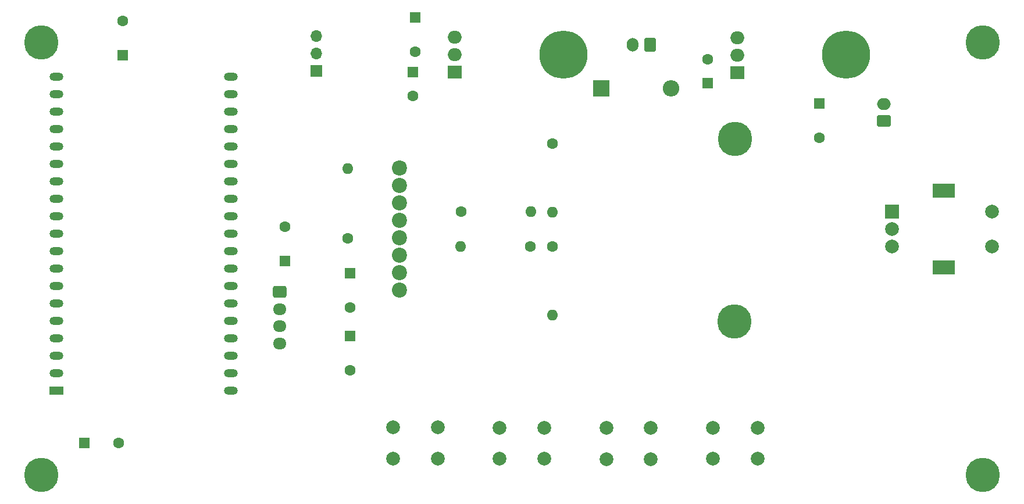
<source format=gts>
G04 #@! TF.GenerationSoftware,KiCad,Pcbnew,8.0.3*
G04 #@! TF.CreationDate,2024-07-01T22:09:14+02:00*
G04 #@! TF.ProjectId,VFO na esp32,56464f20-6e61-4206-9573-7033322e6b69,rev?*
G04 #@! TF.SameCoordinates,Original*
G04 #@! TF.FileFunction,Soldermask,Top*
G04 #@! TF.FilePolarity,Negative*
%FSLAX46Y46*%
G04 Gerber Fmt 4.6, Leading zero omitted, Abs format (unit mm)*
G04 Created by KiCad (PCBNEW 8.0.3) date 2024-07-01 22:09:14*
%MOMM*%
%LPD*%
G01*
G04 APERTURE LIST*
G04 Aperture macros list*
%AMRoundRect*
0 Rectangle with rounded corners*
0 $1 Rounding radius*
0 $2 $3 $4 $5 $6 $7 $8 $9 X,Y pos of 4 corners*
0 Add a 4 corners polygon primitive as box body*
4,1,4,$2,$3,$4,$5,$6,$7,$8,$9,$2,$3,0*
0 Add four circle primitives for the rounded corners*
1,1,$1+$1,$2,$3*
1,1,$1+$1,$4,$5*
1,1,$1+$1,$6,$7*
1,1,$1+$1,$8,$9*
0 Add four rect primitives between the rounded corners*
20,1,$1+$1,$2,$3,$4,$5,0*
20,1,$1+$1,$4,$5,$6,$7,0*
20,1,$1+$1,$6,$7,$8,$9,0*
20,1,$1+$1,$8,$9,$2,$3,0*%
G04 Aperture macros list end*
%ADD10R,1.600000X1.600000*%
%ADD11C,1.600000*%
%ADD12C,2.200000*%
%ADD13R,1.700000X1.700000*%
%ADD14O,1.700000X1.700000*%
%ADD15C,5.000000*%
%ADD16O,1.600000X1.600000*%
%ADD17C,7.000000*%
%ADD18R,2.000000X2.000000*%
%ADD19C,2.000000*%
%ADD20R,3.200000X2.000000*%
%ADD21R,2.400000X2.400000*%
%ADD22O,2.400000X2.400000*%
%ADD23RoundRect,0.250000X0.750000X-0.600000X0.750000X0.600000X-0.750000X0.600000X-0.750000X-0.600000X0*%
%ADD24O,2.000000X1.700000*%
%ADD25RoundRect,0.250000X0.600000X0.750000X-0.600000X0.750000X-0.600000X-0.750000X0.600000X-0.750000X0*%
%ADD26O,1.700000X2.000000*%
%ADD27R,2.000000X1.200000*%
%ADD28O,2.000000X1.200000*%
%ADD29O,3.500000X3.500000*%
%ADD30R,2.000000X1.905000*%
%ADD31O,2.000000X1.905000*%
%ADD32RoundRect,0.250000X-0.725000X0.600000X-0.725000X-0.600000X0.725000X-0.600000X0.725000X0.600000X0*%
%ADD33O,1.950000X1.700000*%
G04 APERTURE END LIST*
D10*
X113800000Y-67900000D03*
D11*
X113800000Y-62900000D03*
D12*
X154100000Y-84300000D03*
X154100000Y-86840000D03*
X154100000Y-89380000D03*
X154100000Y-91920000D03*
X154100000Y-94460000D03*
X154100000Y-97000000D03*
X154100000Y-99540000D03*
X154100000Y-102080000D03*
D10*
X146900000Y-99600000D03*
D11*
X146900000Y-104600000D03*
D10*
X156070000Y-70307349D03*
D11*
X156070000Y-73807349D03*
D13*
X141970000Y-70155000D03*
D14*
X141970000Y-67615000D03*
X141970000Y-65075000D03*
D15*
X239000000Y-129000000D03*
D11*
X176400000Y-95700000D03*
D16*
X176400000Y-105700000D03*
D10*
X108200000Y-124400000D03*
D11*
X113200000Y-124400000D03*
D15*
X102000000Y-66000000D03*
D17*
X177950000Y-67810000D03*
D13*
X154125000Y-84325000D03*
D14*
X154125000Y-86865000D03*
X154125000Y-89405000D03*
X154125000Y-91945000D03*
X154125000Y-94485000D03*
X154125000Y-97025000D03*
X154125000Y-99565000D03*
X154125000Y-102105000D03*
D18*
X225850000Y-90700000D03*
D19*
X225850000Y-95700000D03*
X225850000Y-93200000D03*
D20*
X233350000Y-87600000D03*
X233350000Y-98800000D03*
D19*
X240350000Y-95700000D03*
X240350000Y-90700000D03*
X159700000Y-126610000D03*
X153200000Y-126610000D03*
X159700000Y-122110000D03*
X153200000Y-122110000D03*
X190730000Y-126700000D03*
X184230000Y-126700000D03*
X190730000Y-122200000D03*
X184230000Y-122200000D03*
D21*
X183500000Y-72720000D03*
D22*
X193660000Y-72720000D03*
D10*
X156360000Y-62360000D03*
D11*
X156360000Y-67360000D03*
D23*
X224670000Y-77460000D03*
D24*
X224670000Y-74960000D03*
D11*
X146600000Y-94580000D03*
D16*
X146600000Y-84420000D03*
D19*
X175200000Y-126670000D03*
X168700000Y-126670000D03*
X175200000Y-122170000D03*
X168700000Y-122170000D03*
D11*
X163050000Y-90670000D03*
D16*
X173210000Y-90670000D03*
D25*
X190600000Y-66360000D03*
D26*
X188100000Y-66360000D03*
D17*
X219150000Y-67830000D03*
D10*
X215260000Y-74890000D03*
D11*
X215260000Y-79890000D03*
D15*
X203000000Y-80100000D03*
D10*
X137400000Y-97900000D03*
D11*
X137400000Y-92900000D03*
D15*
X239000000Y-66000000D03*
D11*
X176400000Y-80720000D03*
D16*
X176400000Y-90720000D03*
D15*
X102000000Y-129000000D03*
D10*
X198950000Y-71950000D03*
D11*
X198950000Y-68450000D03*
D10*
X146910000Y-108770000D03*
D11*
X146910000Y-113770000D03*
X173200000Y-95700000D03*
D16*
X163040000Y-95700000D03*
D15*
X202900000Y-106700000D03*
D19*
X206290000Y-126670000D03*
X199790000Y-126670000D03*
X206290000Y-122170000D03*
X199790000Y-122170000D03*
D27*
X104200000Y-116703440D03*
D28*
X104200000Y-114163440D03*
X104200000Y-111623440D03*
X104200000Y-109083440D03*
X104200000Y-106543440D03*
X104200000Y-104003440D03*
X104200000Y-101463440D03*
X104200000Y-98923440D03*
X104200000Y-96383440D03*
X104200000Y-93843440D03*
X104200000Y-91303440D03*
X104200000Y-88763440D03*
X104200000Y-86223440D03*
X104200000Y-83683440D03*
X104200000Y-81143440D03*
X104200000Y-78603440D03*
X104200000Y-76063440D03*
X104200000Y-73523440D03*
X104200000Y-70983440D03*
X129596320Y-70986160D03*
X129596320Y-73526160D03*
X129600000Y-76063440D03*
X129600000Y-78603440D03*
X129600000Y-81143440D03*
X129600000Y-83683440D03*
X129600000Y-86223440D03*
X129600000Y-88763440D03*
X129600000Y-91303440D03*
X129600000Y-93843440D03*
X129600000Y-96383440D03*
X129600000Y-98923440D03*
X129600000Y-101463440D03*
X129600000Y-104003440D03*
X129600000Y-106543440D03*
X129600000Y-109083440D03*
X129600000Y-111623440D03*
X129600000Y-114163440D03*
X129600000Y-116703440D03*
D29*
X177950000Y-67770000D03*
D30*
X162150000Y-70310000D03*
D31*
X162150000Y-67770000D03*
X162150000Y-65230000D03*
D29*
X219130000Y-67860000D03*
D30*
X203330000Y-70400000D03*
D31*
X203330000Y-67860000D03*
X203330000Y-65320000D03*
D32*
X136700000Y-102350000D03*
D33*
X136700000Y-104850000D03*
X136700000Y-107350000D03*
X136700000Y-109850000D03*
M02*

</source>
